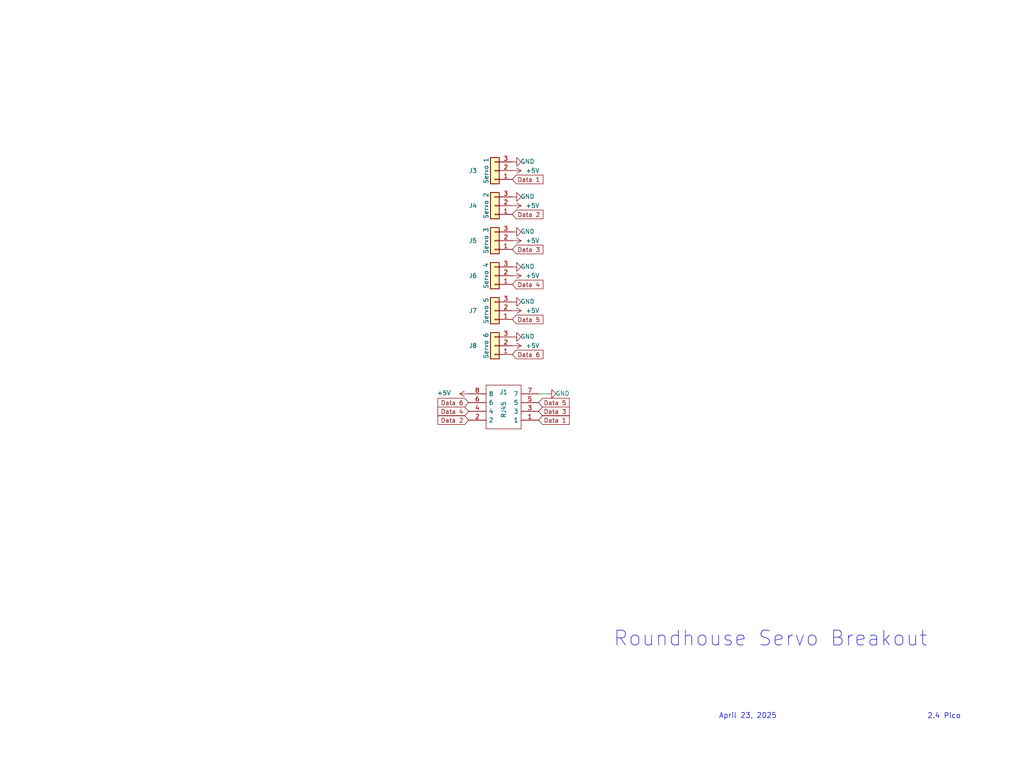
<source format=kicad_sch>
(kicad_sch (version 20250114) (generator "eeschema") (generator_version "9.0")
  (paper "User" 297.002 224.688)
  (lib_symbols
    (symbol "Connector_Generic:Conn_01x03" (pin_names (offset 1.016) (hide yes))
      (property "Reference" "J" (at 0 5.08 0))
      (property "Value" "Conn_01x03" (at 0 -5.08 0))
      (symbol "Conn_01x03_1_1"
        (rectangle (start -1.27 3.81) (end 1.27 -3.81) (stroke (width 0.254)) (fill (type background)))
        (rectangle (start -1.27 2.667) (end 0 2.413) (stroke (width 0.1524)))
        (rectangle (start -1.27 0.127) (end 0 -0.127) (stroke (width 0.1524)))
        (rectangle (start -1.27 -2.413) (end 0 -2.667) (stroke (width 0.1524)))
        (pin passive line (at -5.08 2.54 0) (length 3.81) (name "Pin_1") (number "1"))
        (pin passive line (at -5.08 0 0) (length 3.81) (name "Pin_2") (number "2"))
        (pin passive line (at -5.08 -2.54 0) (length 3.81) (name "Pin_3") (number "3"))
      )
    )
    (symbol "SamacSys_Parts:MTJ-880X1" (pin_names (offset 0.762))
      (property "Reference" "J" (at 16.51 7.62 0))
      (property "Value" "MTJ-880X1" (at 16.51 5.08 0))
      (symbol "MTJ-880X1_0_0"
        (pin passive line (at 0 0 0) (length 5.08) (name "1") (number "1"))
        (pin passive line (at 0 -2.54 0) (length 5.08) (name "3") (number "3"))
        (pin passive line (at 0 -5.08 0) (length 5.08) (name "5") (number "5"))
        (pin passive line (at 0 -7.62 0) (length 5.08) (name "7") (number "7"))
        (pin passive line (at 20.32 0 180) (length 5.08) (name "2") (number "2"))
        (pin passive line (at 20.32 -2.54 180) (length 5.08) (name "4") (number "4"))
        (pin passive line (at 20.32 -5.08 180) (length 5.08) (name "6") (number "6"))
        (pin passive line (at 20.32 -7.62 180) (length 5.08) (name "8") (number "8"))
      )
      (symbol "MTJ-880X1_0_1"
        (polyline (pts (xy 5.08 2.54) (xy 15.24 2.54) (xy 15.24 -10.16) (xy 5.08 -10.16) (xy 5.08 2.54)) (stroke (width 0.1524)))
      )
    )
    (symbol "power:+5V" (power) (pin_names (offset 0))
      (property "Value" "+5V" (at 0 3.556 0))
      (symbol "+5V_0_1"
        (polyline (pts (xy -0.762 1.27) (xy 0 2.54)))
        (polyline (pts (xy 0 2.54) (xy 0.762 1.27)))
        (polyline (pts (xy 0 0) (xy 0 2.54)))
      )
      (symbol "+5V_1_1"
        (pin power_in line (at 0 0 90) (length 0) (hide yes) (name "+5V") (number "1"))
      )
    )
    (symbol "power:GND" (power) (pin_names (offset 0))
      (property "Value" "GND" (at 0 -3.81 0))
      (symbol "GND_0_1"
        (polyline (pts (xy 0 0) (xy 0 -1.27) (xy 1.27 -1.27) (xy 0 -2.54) (xy -1.27 -1.27) (xy 0 -1.27)))
      )
      (symbol "GND_1_1"
        (pin power_in line (at 0 0 270) (length 0) (hide yes) (name "GND") (number "1"))
      )
    )
  )
  (text "Roundhouse Servo Breakout" (at 177.8 187.96 0) (effects (font (size 4.3 4.3)) (justify left bottom)))
  (text "April 23, 2025" (at 208.4562 208.6966 0) (effects (font (size 1.5 1.5)) (justify left bottom)))
  (text "2.4 Pico" (at 268.926 208.7487 0) (effects (font (size 1.5 1.5)) (justify left bottom)))
  (wire (pts (xy 156.21 114.3) (xy 158.75 114.3)))
  (global_label "Data 4" (shape input) (at 148.59 82.55 0) (property "Intersheetrefs" "${INTERSHEET_REFS}" (effects (hide yes))))
  (global_label "Data 1" (shape input) (at 148.59 52.07 0) (property "Intersheetrefs" "${INTERSHEET_REFS}" (effects (hide yes))))
  (global_label "Data 3" (shape input) (at 148.59 72.39 0) (property "Intersheetrefs" "${INTERSHEET_REFS}" (effects (hide yes))))
  (global_label "Data 6" (shape input) (at 148.59 102.87 0) (property "Intersheetrefs" "${INTERSHEET_REFS}" (effects (hide yes))))
  (global_label "Data 3" (shape input) (at 156.21 119.38 0) (property "Intersheetrefs" "${INTERSHEET_REFS}" (effects (hide yes))))
  (global_label "Data 5" (shape input) (at 156.21 116.84 0) (property "Intersheetrefs" "${INTERSHEET_REFS}" (effects (hide yes))))
  (global_label "Data 4" (shape input) (at 135.89 119.38 180) (property "Intersheetrefs" "${INTERSHEET_REFS}" (effects (hide yes))))
  (global_label "Data 2" (shape input) (at 148.59 62.23 0) (property "Intersheetrefs" "${INTERSHEET_REFS}" (effects (hide yes))))
  (global_label "Data 2" (shape input) (at 135.89 121.92 180) (property "Intersheetrefs" "${INTERSHEET_REFS}" (effects (hide yes))))
  (global_label "Data 1" (shape input) (at 156.21 121.92 0) (property "Intersheetrefs" "${INTERSHEET_REFS}" (effects (hide yes))))
  (global_label "Data 5" (shape input) (at 148.59 92.71 0) (property "Intersheetrefs" "${INTERSHEET_REFS}" (effects (hide yes))))
  (global_label "Data 6" (shape input) (at 135.89 116.84 180) (property "Intersheetrefs" "${INTERSHEET_REFS}" (effects (hide yes))))
  (symbol (lib_id "power:+5V") (at 148.59 59.69 270) (unit 1)
    (property "Reference" "#PWR04" (effects (hide yes)))
    (property "Value" "+5V" (at 152.4 59.69 90) (effects (justify left)))
  )
  (symbol (lib_id "power:GND") (at 148.59 67.31 90) (unit 1)
    (property "Reference" "#PWR068" (effects (hide yes)))
    (property "Value" "GND" (at 152.9842 67.183 90))
  )
  (symbol (lib_id "SamacSys_Parts:MTJ-880X1") (at 156.21 121.92 180) (unit 1)
    (property "Reference" "J1" (at 146.05 113.792 0))
    (property "Value" "RJ45" (at 146.05 118.872 90))
    (property "Footprint" "SamacSys_Parts:MTJ880X1" (effects (hide yes)))
    (property "Datasheet" "https://app.adam-tech.com/products/download/data_sheet/203795/mtj-880x1-data-sheet.pdf" (effects (hide yes)))
    (property "Description" "Conn Modular Jack F 8 POS 1.27mm Solder RA Thru-Hole 8 Terminal 1 Port Cat 5/Cat 5e" (effects (hide yes)))
    (property "Description_1" "Conn Modular Jack F 8 POS 1.27mm Solder RA Thru-Hole 8 Terminal 1 Port Cat 5/Cat 5e" (effects (hide yes)))
    (property "Height" "12.9794" (effects (hide yes)))
    (property "Mouser Part Number" "737-MTJ-880X1" (effects (hide yes)))
    (property "Mouser Price/Stock" "https://www.mouser.co.uk/ProductDetail/Adam-Tech/MTJ-880X1?qs=TTVbHWoAP%2FTHQFSSStritA%3D%3D" (effects (hide yes)))
    (property "Manufacturer_Name" "Adam Tech" (effects (hide yes)))
    (property "Manufacturer_Part_Number" "MTJ-880X1" (effects (hide yes)))
  )
  (symbol (lib_id "Connector_Generic:Conn_01x03") (at 143.51 69.85 180) (unit 1)
    (property "Reference" "J5" (at 137.16 69.85 0))
    (property "Value" "Servo 3" (at 140.97 69.85 90))
    (property "Footprint" "Connector_PinHeader_2.54mm:PinHeader_1x03_P2.54mm_Vertical" (effects (hide yes)))
  )
  (symbol (lib_id "power:+5V") (at 148.59 100.33 270) (unit 1)
    (property "Reference" "#PWR08" (effects (hide yes)))
    (property "Value" "+5V" (at 152.4 100.33 90) (effects (justify left)))
  )
  (symbol (lib_id "power:GND") (at 148.59 46.99 90) (unit 1)
    (property "Reference" "#PWR066" (effects (hide yes)))
    (property "Value" "GND" (at 152.9842 46.863 90))
  )
  (symbol (lib_id "Connector_Generic:Conn_01x03") (at 143.51 90.17 180) (unit 1)
    (property "Reference" "J7" (at 137.16 90.17 0))
    (property "Value" "Servo 5" (at 140.97 90.17 90))
    (property "Footprint" "Connector_PinHeader_2.54mm:PinHeader_1x03_P2.54mm_Vertical" (effects (hide yes)))
  )
  (symbol (lib_id "Connector_Generic:Conn_01x03") (at 143.51 49.53 180) (unit 1)
    (property "Reference" "J3" (at 137.16 49.53 0))
    (property "Value" "Servo 1" (at 140.97 49.53 90))
    (property "Footprint" "Connector_PinHeader_2.54mm:PinHeader_1x03_P2.54mm_Vertical" (effects (hide yes)))
  )
  (symbol (lib_id "power:+5V") (at 148.59 80.01 270) (unit 1)
    (property "Reference" "#PWR06" (effects (hide yes)))
    (property "Value" "+5V" (at 152.4 80.01 90) (effects (justify left)))
  )
  (symbol (lib_id "power:GND") (at 148.59 97.79 90) (unit 1)
    (property "Reference" "#PWR071" (effects (hide yes)))
    (property "Value" "GND" (at 152.9842 97.663 90))
  )
  (symbol (lib_id "power:+5V") (at 148.59 69.85 270) (unit 1)
    (property "Reference" "#PWR05" (effects (hide yes)))
    (property "Value" "+5V" (at 152.4 69.85 90) (effects (justify left)))
  )
  (symbol (lib_id "power:+5V") (at 135.89 114.3 90) (unit 1)
    (property "Reference" "#PWR026" (effects (hide yes)))
    (property "Value" "+5V" (at 130.81 114.046 90) (effects (justify left)))
  )
  (symbol (lib_id "power:GND") (at 158.75 114.3 90) (unit 1)
    (property "Reference" "#PWR065" (effects (hide yes)))
    (property "Value" "GND" (at 163.1442 114.173 90))
  )
  (symbol (lib_id "Connector_Generic:Conn_01x03") (at 143.51 100.33 180) (unit 1)
    (property "Reference" "J8" (at 137.16 100.33 0))
    (property "Value" "Servo 6" (at 140.97 100.33 90))
    (property "Footprint" "Connector_PinHeader_2.54mm:PinHeader_1x03_P2.54mm_Vertical" (effects (hide yes)))
  )
  (symbol (lib_id "power:GND") (at 148.59 77.47 90) (unit 1)
    (property "Reference" "#PWR069" (effects (hide yes)))
    (property "Value" "GND" (at 152.9842 77.343 90))
  )
  (symbol (lib_id "power:+5V") (at 148.59 49.53 270) (unit 1)
    (property "Reference" "#PWR03" (effects (hide yes)))
    (property "Value" "+5V" (at 152.4 49.53 90) (effects (justify left)))
  )
  (symbol (lib_id "power:+5V") (at 148.59 90.17 270) (unit 1)
    (property "Reference" "#PWR07" (effects (hide yes)))
    (property "Value" "+5V" (at 152.4 90.17 90) (effects (justify left)))
  )
  (symbol (lib_id "power:GND") (at 148.59 87.63 90) (unit 1)
    (property "Reference" "#PWR070" (effects (hide yes)))
    (property "Value" "GND" (at 152.9842 87.503 90))
  )
  (symbol (lib_id "power:GND") (at 148.59 57.15 90) (unit 1)
    (property "Reference" "#PWR067" (effects (hide yes)))
    (property "Value" "GND" (at 152.9842 57.023 90))
  )
  (symbol (lib_id "Connector_Generic:Conn_01x03") (at 143.51 59.69 180) (unit 1)
    (property "Reference" "J4" (at 137.16 59.69 0))
    (property "Value" "Servo 2" (at 140.97 59.69 90))
    (property "Footprint" "Connector_PinHeader_2.54mm:PinHeader_1x03_P2.54mm_Vertical" (effects (hide yes)))
  )
  (symbol (lib_id "Connector_Generic:Conn_01x03") (at 143.51 80.01 180) (unit 1)
    (property "Reference" "J6" (at 137.16 80.01 0))
    (property "Value" "Servo 4" (at 140.97 80.01 90))
    (property "Footprint" "Connector_PinHeader_2.54mm:PinHeader_1x03_P2.54mm_Vertical" (effects (hide yes)))
  )
)
</source>
